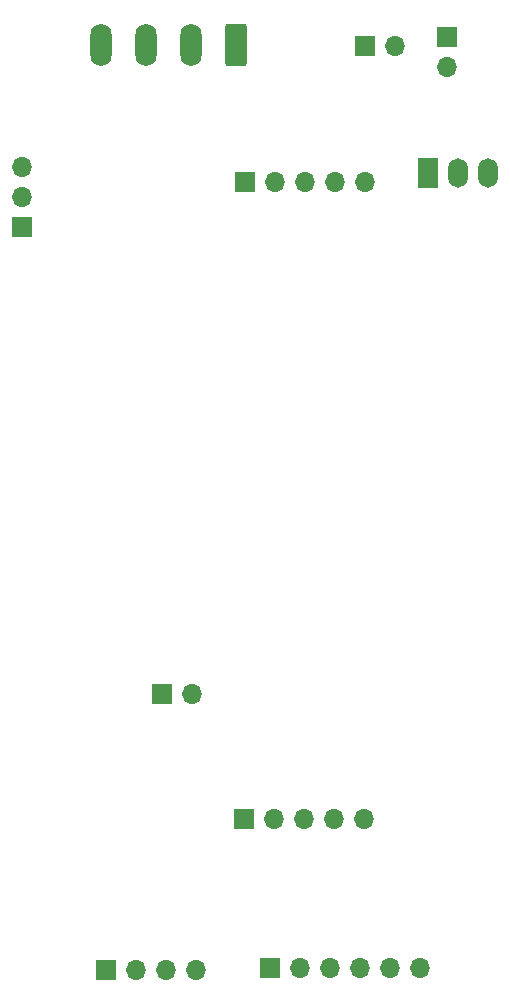
<source format=gbr>
%TF.GenerationSoftware,KiCad,Pcbnew,7.0.2-6a45011f42~172~ubuntu22.10.1*%
%TF.CreationDate,2023-04-24T11:56:10+02:00*%
%TF.ProjectId,vscp-din-esp32-can-z102,76736370-2d64-4696-9e2d-65737033322d,B*%
%TF.SameCoordinates,Original*%
%TF.FileFunction,Soldermask,Bot*%
%TF.FilePolarity,Negative*%
%FSLAX46Y46*%
G04 Gerber Fmt 4.6, Leading zero omitted, Abs format (unit mm)*
G04 Created by KiCad (PCBNEW 7.0.2-6a45011f42~172~ubuntu22.10.1) date 2023-04-24 11:56:10*
%MOMM*%
%LPD*%
G01*
G04 APERTURE LIST*
G04 Aperture macros list*
%AMRoundRect*
0 Rectangle with rounded corners*
0 $1 Rounding radius*
0 $2 $3 $4 $5 $6 $7 $8 $9 X,Y pos of 4 corners*
0 Add a 4 corners polygon primitive as box body*
4,1,4,$2,$3,$4,$5,$6,$7,$8,$9,$2,$3,0*
0 Add four circle primitives for the rounded corners*
1,1,$1+$1,$2,$3*
1,1,$1+$1,$4,$5*
1,1,$1+$1,$6,$7*
1,1,$1+$1,$8,$9*
0 Add four rect primitives between the rounded corners*
20,1,$1+$1,$2,$3,$4,$5,0*
20,1,$1+$1,$4,$5,$6,$7,0*
20,1,$1+$1,$6,$7,$8,$9,0*
20,1,$1+$1,$8,$9,$2,$3,0*%
G04 Aperture macros list end*
%ADD10R,1.700000X2.500000*%
%ADD11O,1.700000X2.500000*%
%ADD12R,1.700000X1.700000*%
%ADD13O,1.700000X1.700000*%
%ADD14RoundRect,0.250000X0.650000X1.550000X-0.650000X1.550000X-0.650000X-1.550000X0.650000X-1.550000X0*%
%ADD15O,1.800000X3.600000*%
G04 APERTURE END LIST*
D10*
%TO.C,U4*%
X157602500Y-80492500D03*
D11*
X160142500Y-80492500D03*
X162682500Y-80492500D03*
%TD*%
D12*
%TO.C,J8*%
X159250000Y-68975000D03*
D13*
X159250000Y-71515000D03*
%TD*%
D12*
%TO.C,J6*%
X123250000Y-85100000D03*
D13*
X123250000Y-82560000D03*
X123250000Y-80020000D03*
%TD*%
D12*
%TO.C,J7*%
X142050000Y-135250000D03*
D13*
X144590000Y-135250000D03*
X147130000Y-135250000D03*
X149670000Y-135250000D03*
X152210000Y-135250000D03*
%TD*%
D12*
%TO.C,J2*%
X152310000Y-69800000D03*
D13*
X154850000Y-69800000D03*
%TD*%
D12*
%TO.C,J3*%
X144200000Y-147850000D03*
D13*
X146740000Y-147850000D03*
X149280000Y-147850000D03*
X151820000Y-147850000D03*
X154360000Y-147850000D03*
X156900000Y-147850000D03*
%TD*%
D12*
%TO.C,J5*%
X130350000Y-148000000D03*
D13*
X132890000Y-148000000D03*
X135430000Y-148000000D03*
X137970000Y-148000000D03*
%TD*%
D14*
%TO.C,J4*%
X141360000Y-69682500D03*
D15*
X137550000Y-69682500D03*
X133740000Y-69682500D03*
X129930000Y-69682500D03*
%TD*%
D12*
%TO.C,J1*%
X142075000Y-81250000D03*
D13*
X144615000Y-81250000D03*
X147155000Y-81250000D03*
X149695000Y-81250000D03*
X152235000Y-81250000D03*
%TD*%
D12*
%TO.C,J9*%
X135110000Y-124600000D03*
D13*
X137650000Y-124600000D03*
%TD*%
M02*

</source>
